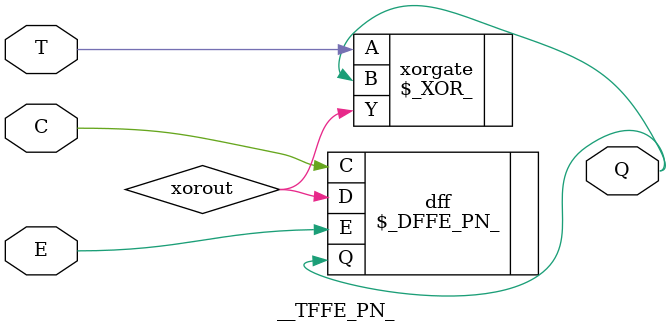
<source format=v>
module __TFFE_PN_ (T, C, E, Q);
	input T, C, E;
	output wire Q;
	wire xorout;
	$_XOR_ xorgate (
		.A(T),
		.B(Q),
		.Y(xorout),
	);
	$_DFFE_PN_ dff (
		.C(C),
		.D(xorout),
		.Q(Q),
		.E(E),
	);
endmodule
</source>
